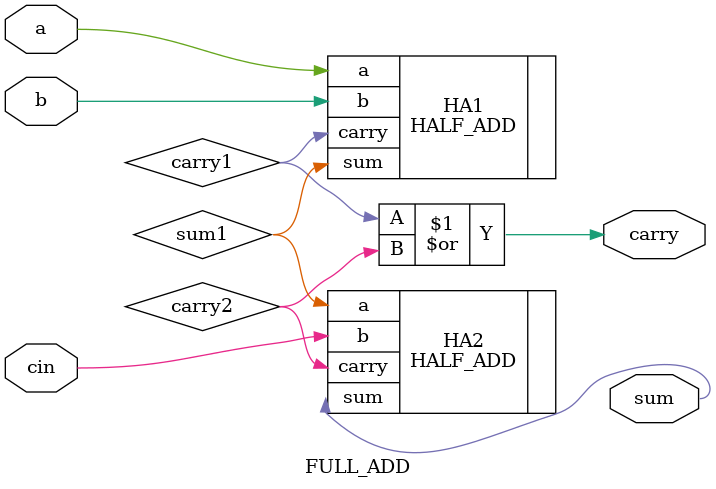
<source format=sv>
`timescale 1ns / 1ps

module FULL_ADD(input logic a, b, cin, output logic sum, carry);  
   
   
    logic sum1, carry1, carry2;
    HALF_ADD HA1(.a(a), .b(b), .sum(sum1), .carry(carry1));
    HALF_ADD HA2(.a(sum1), .b(cin), .sum(sum), .carry(carry2)); 
    
    
    
    or(carry, carry1, carry2);
    
    endmodule
    
</source>
